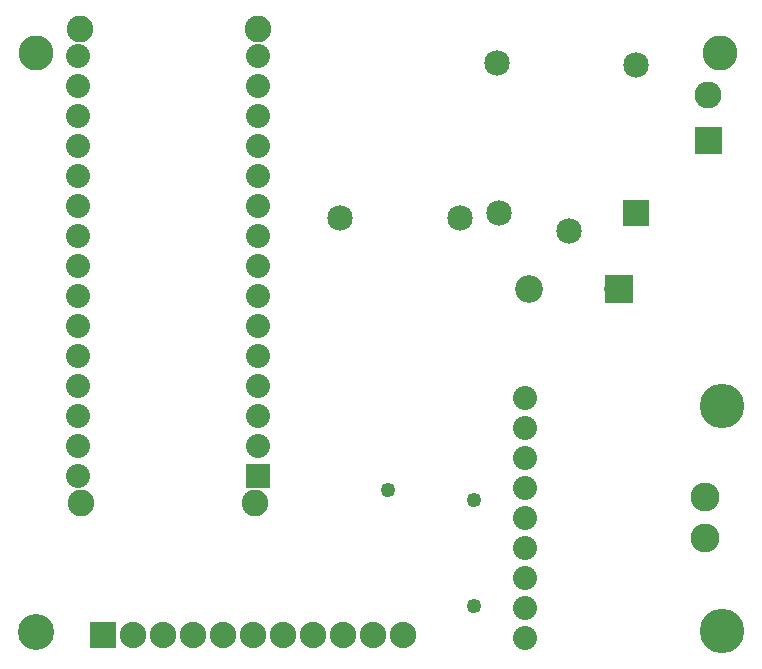
<source format=gbs>
G04 MADE WITH FRITZING*
G04 WWW.FRITZING.ORG*
G04 DOUBLE SIDED*
G04 HOLES PLATED*
G04 CONTOUR ON CENTER OF CONTOUR VECTOR*
%ASAXBY*%
%FSLAX23Y23*%
%MOIN*%
%OFA0B0*%
%SFA1.0B1.0*%
%ADD10C,0.085000*%
%ADD11C,0.092000*%
%ADD12C,0.116299*%
%ADD13C,0.088740*%
%ADD14C,0.127717*%
%ADD15C,0.120236*%
%ADD16C,0.090000*%
%ADD17C,0.148425*%
%ADD18C,0.096000*%
%ADD19C,0.080000*%
%ADD20C,0.088000*%
%ADD21C,0.049370*%
%ADD22R,0.085000X0.085000*%
%ADD23R,0.092000X0.092000*%
%ADD24R,0.088000X0.088000*%
%ADD25R,0.079972X0.080000*%
%ADD26R,0.001000X0.001000*%
%LNMASK0*%
G90*
G70*
G54D10*
X2144Y1536D03*
X2144Y2030D03*
X1683Y2035D03*
X1921Y1475D03*
X1688Y1536D03*
G54D11*
X2087Y1282D03*
X1789Y1282D03*
G54D10*
X1560Y1518D03*
X1160Y1518D03*
G54D12*
X2436Y898D03*
G54D13*
X876Y568D03*
X884Y2148D03*
G54D14*
X2426Y148D03*
G54D13*
X293Y2148D03*
X296Y568D03*
G54D12*
X2426Y2068D03*
G54D15*
X146Y138D03*
G54D12*
X146Y2068D03*
G54D16*
X2386Y1776D03*
X2386Y1928D03*
G54D17*
X2431Y893D03*
G54D18*
X2376Y451D03*
G54D17*
X2431Y143D03*
G54D19*
X1776Y118D03*
X1776Y218D03*
X1776Y318D03*
X1776Y418D03*
X1776Y518D03*
X1776Y618D03*
X1776Y718D03*
X1776Y818D03*
X1776Y918D03*
G54D18*
X2376Y589D03*
G54D20*
X368Y129D03*
X468Y129D03*
X568Y129D03*
X668Y129D03*
X768Y129D03*
X868Y129D03*
X968Y129D03*
X1068Y129D03*
X1168Y129D03*
X1268Y129D03*
X1368Y129D03*
G54D19*
X886Y658D03*
X886Y758D03*
X886Y858D03*
X886Y958D03*
X886Y1058D03*
X886Y1158D03*
X886Y1258D03*
X886Y1358D03*
X886Y1458D03*
X886Y1558D03*
X886Y1658D03*
X886Y1758D03*
X886Y1858D03*
X886Y1958D03*
X886Y2058D03*
X286Y658D03*
X286Y758D03*
X286Y858D03*
X286Y958D03*
X286Y1058D03*
X286Y1158D03*
X286Y1258D03*
X286Y1358D03*
X286Y1458D03*
X286Y1558D03*
X286Y1658D03*
X286Y1758D03*
X286Y1858D03*
X286Y1958D03*
X286Y2058D03*
G54D21*
X1318Y614D03*
X1607Y227D03*
X1607Y578D03*
G54D22*
X2144Y1537D03*
G54D23*
X2088Y1282D03*
G54D24*
X368Y129D03*
G54D25*
X886Y658D03*
G54D26*
X2341Y1821D02*
X2430Y1821D01*
X2341Y1820D02*
X2430Y1820D01*
X2341Y1819D02*
X2430Y1819D01*
X2341Y1818D02*
X2430Y1818D01*
X2341Y1817D02*
X2430Y1817D01*
X2341Y1816D02*
X2430Y1816D01*
X2341Y1815D02*
X2430Y1815D01*
X2341Y1814D02*
X2430Y1814D01*
X2341Y1813D02*
X2430Y1813D01*
X2341Y1812D02*
X2430Y1812D01*
X2341Y1811D02*
X2430Y1811D01*
X2341Y1810D02*
X2430Y1810D01*
X2341Y1809D02*
X2430Y1809D01*
X2341Y1808D02*
X2430Y1808D01*
X2341Y1807D02*
X2430Y1807D01*
X2341Y1806D02*
X2430Y1806D01*
X2341Y1805D02*
X2430Y1805D01*
X2341Y1804D02*
X2430Y1804D01*
X2341Y1803D02*
X2430Y1803D01*
X2341Y1802D02*
X2430Y1802D01*
X2341Y1801D02*
X2430Y1801D01*
X2341Y1800D02*
X2430Y1800D01*
X2341Y1799D02*
X2430Y1799D01*
X2341Y1798D02*
X2430Y1798D01*
X2341Y1797D02*
X2430Y1797D01*
X2341Y1796D02*
X2430Y1796D01*
X2341Y1795D02*
X2381Y1795D01*
X2390Y1795D02*
X2430Y1795D01*
X2341Y1794D02*
X2377Y1794D01*
X2393Y1794D02*
X2430Y1794D01*
X2341Y1793D02*
X2376Y1793D01*
X2395Y1793D02*
X2430Y1793D01*
X2341Y1792D02*
X2374Y1792D01*
X2397Y1792D02*
X2430Y1792D01*
X2341Y1791D02*
X2373Y1791D01*
X2398Y1791D02*
X2430Y1791D01*
X2341Y1790D02*
X2372Y1790D01*
X2399Y1790D02*
X2430Y1790D01*
X2341Y1789D02*
X2371Y1789D01*
X2400Y1789D02*
X2430Y1789D01*
X2341Y1788D02*
X2370Y1788D01*
X2401Y1788D02*
X2430Y1788D01*
X2341Y1787D02*
X2369Y1787D01*
X2401Y1787D02*
X2430Y1787D01*
X2341Y1786D02*
X2369Y1786D01*
X2402Y1786D02*
X2430Y1786D01*
X2341Y1785D02*
X2368Y1785D01*
X2403Y1785D02*
X2430Y1785D01*
X2341Y1784D02*
X2367Y1784D01*
X2403Y1784D02*
X2430Y1784D01*
X2341Y1783D02*
X2367Y1783D01*
X2403Y1783D02*
X2430Y1783D01*
X2341Y1782D02*
X2367Y1782D01*
X2404Y1782D02*
X2430Y1782D01*
X2341Y1781D02*
X2367Y1781D01*
X2404Y1781D02*
X2430Y1781D01*
X2341Y1780D02*
X2366Y1780D01*
X2404Y1780D02*
X2430Y1780D01*
X2341Y1779D02*
X2366Y1779D01*
X2404Y1779D02*
X2430Y1779D01*
X2341Y1778D02*
X2366Y1778D01*
X2404Y1778D02*
X2430Y1778D01*
X2341Y1777D02*
X2366Y1777D01*
X2404Y1777D02*
X2430Y1777D01*
X2341Y1776D02*
X2366Y1776D01*
X2404Y1776D02*
X2430Y1776D01*
X2341Y1775D02*
X2366Y1775D01*
X2404Y1775D02*
X2430Y1775D01*
X2341Y1774D02*
X2366Y1774D01*
X2404Y1774D02*
X2430Y1774D01*
X2341Y1773D02*
X2367Y1773D01*
X2404Y1773D02*
X2430Y1773D01*
X2341Y1772D02*
X2367Y1772D01*
X2404Y1772D02*
X2430Y1772D01*
X2341Y1771D02*
X2367Y1771D01*
X2403Y1771D02*
X2430Y1771D01*
X2341Y1770D02*
X2367Y1770D01*
X2403Y1770D02*
X2430Y1770D01*
X2341Y1769D02*
X2368Y1769D01*
X2403Y1769D02*
X2430Y1769D01*
X2341Y1768D02*
X2368Y1768D01*
X2402Y1768D02*
X2430Y1768D01*
X2341Y1767D02*
X2369Y1767D01*
X2402Y1767D02*
X2430Y1767D01*
X2341Y1766D02*
X2370Y1766D01*
X2401Y1766D02*
X2430Y1766D01*
X2341Y1765D02*
X2370Y1765D01*
X2400Y1765D02*
X2430Y1765D01*
X2341Y1764D02*
X2371Y1764D01*
X2399Y1764D02*
X2430Y1764D01*
X2341Y1763D02*
X2372Y1763D01*
X2398Y1763D02*
X2430Y1763D01*
X2341Y1762D02*
X2374Y1762D01*
X2397Y1762D02*
X2430Y1762D01*
X2341Y1761D02*
X2375Y1761D01*
X2396Y1761D02*
X2430Y1761D01*
X2341Y1760D02*
X2377Y1760D01*
X2394Y1760D02*
X2430Y1760D01*
X2341Y1759D02*
X2380Y1759D01*
X2391Y1759D02*
X2430Y1759D01*
X2341Y1758D02*
X2430Y1758D01*
X2341Y1757D02*
X2430Y1757D01*
X2341Y1756D02*
X2430Y1756D01*
X2341Y1755D02*
X2430Y1755D01*
X2341Y1754D02*
X2430Y1754D01*
X2341Y1753D02*
X2430Y1753D01*
X2341Y1752D02*
X2430Y1752D01*
X2341Y1751D02*
X2430Y1751D01*
X2341Y1750D02*
X2430Y1750D01*
X2341Y1749D02*
X2430Y1749D01*
X2341Y1748D02*
X2430Y1748D01*
X2341Y1747D02*
X2430Y1747D01*
X2341Y1746D02*
X2430Y1746D01*
X2341Y1745D02*
X2430Y1745D01*
X2341Y1744D02*
X2430Y1744D01*
X2341Y1743D02*
X2430Y1743D01*
X2341Y1742D02*
X2430Y1742D01*
X2341Y1741D02*
X2430Y1741D01*
X2341Y1740D02*
X2430Y1740D01*
X2341Y1739D02*
X2430Y1739D01*
X2341Y1738D02*
X2430Y1738D01*
X2341Y1737D02*
X2430Y1737D01*
X2341Y1736D02*
X2430Y1736D01*
X2341Y1735D02*
X2430Y1735D01*
X2341Y1734D02*
X2430Y1734D01*
X2341Y1733D02*
X2430Y1733D01*
X2341Y1732D02*
X2429Y1732D01*
D02*
G04 End of Mask0*
M02*
</source>
